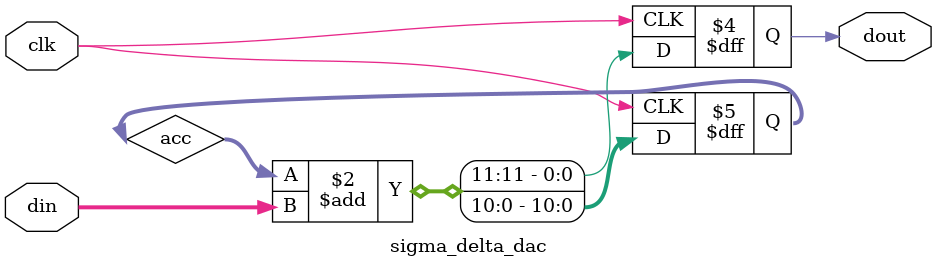
<source format=v>
module sigma_delta_dac #(
    parameter N = 10   // input bits
)(
    input  wire          clk,
    input  wire [N-1:0]  din,   // 0..255
    output reg           dout   // 1-bit output
);
    reg [N:0] acc = { (N+1){1'b0} }; // N+1 bits

    always @(posedge clk) begin
        {dout, acc} <= acc + din;
    end

endmodule

</source>
